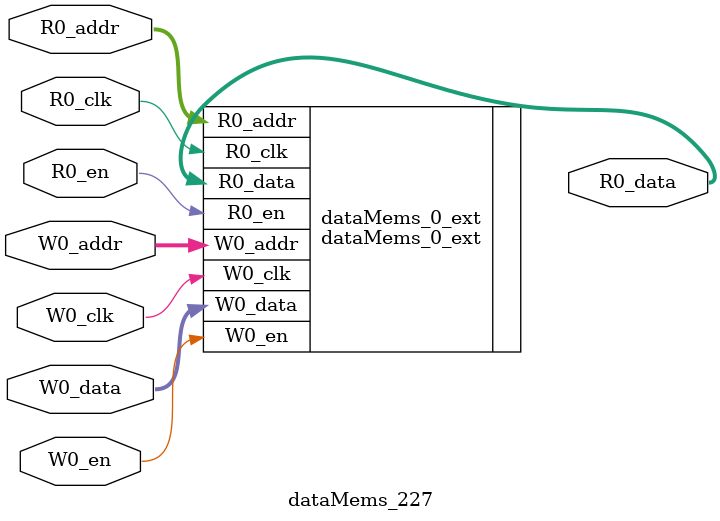
<source format=sv>
`ifndef RANDOMIZE
  `ifdef RANDOMIZE_REG_INIT
    `define RANDOMIZE
  `endif // RANDOMIZE_REG_INIT
`endif // not def RANDOMIZE
`ifndef RANDOMIZE
  `ifdef RANDOMIZE_MEM_INIT
    `define RANDOMIZE
  `endif // RANDOMIZE_MEM_INIT
`endif // not def RANDOMIZE

`ifndef RANDOM
  `define RANDOM $random
`endif // not def RANDOM

// Users can define 'PRINTF_COND' to add an extra gate to prints.
`ifndef PRINTF_COND_
  `ifdef PRINTF_COND
    `define PRINTF_COND_ (`PRINTF_COND)
  `else  // PRINTF_COND
    `define PRINTF_COND_ 1
  `endif // PRINTF_COND
`endif // not def PRINTF_COND_

// Users can define 'ASSERT_VERBOSE_COND' to add an extra gate to assert error printing.
`ifndef ASSERT_VERBOSE_COND_
  `ifdef ASSERT_VERBOSE_COND
    `define ASSERT_VERBOSE_COND_ (`ASSERT_VERBOSE_COND)
  `else  // ASSERT_VERBOSE_COND
    `define ASSERT_VERBOSE_COND_ 1
  `endif // ASSERT_VERBOSE_COND
`endif // not def ASSERT_VERBOSE_COND_

// Users can define 'STOP_COND' to add an extra gate to stop conditions.
`ifndef STOP_COND_
  `ifdef STOP_COND
    `define STOP_COND_ (`STOP_COND)
  `else  // STOP_COND
    `define STOP_COND_ 1
  `endif // STOP_COND
`endif // not def STOP_COND_

// Users can define INIT_RANDOM as general code that gets injected into the
// initializer block for modules with registers.
`ifndef INIT_RANDOM
  `define INIT_RANDOM
`endif // not def INIT_RANDOM

// If using random initialization, you can also define RANDOMIZE_DELAY to
// customize the delay used, otherwise 0.002 is used.
`ifndef RANDOMIZE_DELAY
  `define RANDOMIZE_DELAY 0.002
`endif // not def RANDOMIZE_DELAY

// Define INIT_RANDOM_PROLOG_ for use in our modules below.
`ifndef INIT_RANDOM_PROLOG_
  `ifdef RANDOMIZE
    `ifdef VERILATOR
      `define INIT_RANDOM_PROLOG_ `INIT_RANDOM
    `else  // VERILATOR
      `define INIT_RANDOM_PROLOG_ `INIT_RANDOM #`RANDOMIZE_DELAY begin end
    `endif // VERILATOR
  `else  // RANDOMIZE
    `define INIT_RANDOM_PROLOG_
  `endif // RANDOMIZE
`endif // not def INIT_RANDOM_PROLOG_

// Include register initializers in init blocks unless synthesis is set
`ifndef SYNTHESIS
  `ifndef ENABLE_INITIAL_REG_
    `define ENABLE_INITIAL_REG_
  `endif // not def ENABLE_INITIAL_REG_
`endif // not def SYNTHESIS

// Include rmemory initializers in init blocks unless synthesis is set
`ifndef SYNTHESIS
  `ifndef ENABLE_INITIAL_MEM_
    `define ENABLE_INITIAL_MEM_
  `endif // not def ENABLE_INITIAL_MEM_
`endif // not def SYNTHESIS

module dataMems_227(	// @[generators/ara/src/main/scala/UnsafeAXI4ToTL.scala:365:62]
  input  [4:0]   R0_addr,
  input          R0_en,
  input          R0_clk,
  output [130:0] R0_data,
  input  [4:0]   W0_addr,
  input          W0_en,
  input          W0_clk,
  input  [130:0] W0_data
);

  dataMems_0_ext dataMems_0_ext (	// @[generators/ara/src/main/scala/UnsafeAXI4ToTL.scala:365:62]
    .R0_addr (R0_addr),
    .R0_en   (R0_en),
    .R0_clk  (R0_clk),
    .R0_data (R0_data),
    .W0_addr (W0_addr),
    .W0_en   (W0_en),
    .W0_clk  (W0_clk),
    .W0_data (W0_data)
  );
endmodule


</source>
